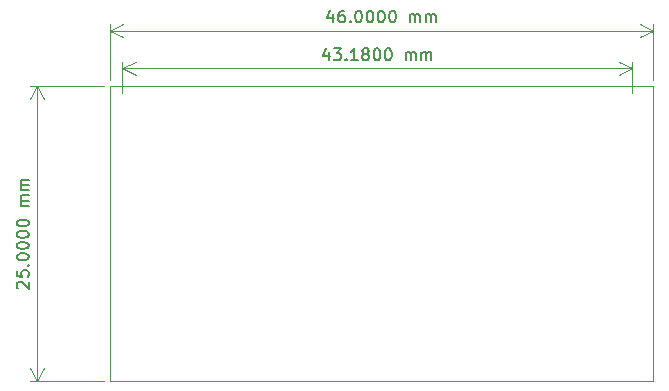
<source format=gbr>
%TF.GenerationSoftware,KiCad,Pcbnew,8.0.7*%
%TF.CreationDate,2025-01-28T21:05:18-05:00*%
%TF.ProjectId,VCU Charge Status Module,56435520-4368-4617-9267-652053746174,rev?*%
%TF.SameCoordinates,Original*%
%TF.FileFunction,Profile,NP*%
%FSLAX46Y46*%
G04 Gerber Fmt 4.6, Leading zero omitted, Abs format (unit mm)*
G04 Created by KiCad (PCBNEW 8.0.7) date 2025-01-28 21:05:18*
%MOMM*%
%LPD*%
G01*
G04 APERTURE LIST*
%TA.AperFunction,Profile*%
%ADD10C,0.054000*%
%TD*%
%ADD11C,0.150000*%
%TA.AperFunction,Profile*%
%ADD12C,0.050000*%
%TD*%
G04 APERTURE END LIST*
D10*
X49750000Y-24350000D02*
X95750000Y-24350000D01*
X95750000Y-49350000D01*
X49750000Y-49350000D01*
X49750000Y-24350000D01*
D11*
X41950058Y-41469046D02*
X41902439Y-41421427D01*
X41902439Y-41421427D02*
X41854820Y-41326189D01*
X41854820Y-41326189D02*
X41854820Y-41088094D01*
X41854820Y-41088094D02*
X41902439Y-40992856D01*
X41902439Y-40992856D02*
X41950058Y-40945237D01*
X41950058Y-40945237D02*
X42045296Y-40897618D01*
X42045296Y-40897618D02*
X42140534Y-40897618D01*
X42140534Y-40897618D02*
X42283391Y-40945237D01*
X42283391Y-40945237D02*
X42854820Y-41516665D01*
X42854820Y-41516665D02*
X42854820Y-40897618D01*
X41854820Y-39992856D02*
X41854820Y-40469046D01*
X41854820Y-40469046D02*
X42331010Y-40516665D01*
X42331010Y-40516665D02*
X42283391Y-40469046D01*
X42283391Y-40469046D02*
X42235772Y-40373808D01*
X42235772Y-40373808D02*
X42235772Y-40135713D01*
X42235772Y-40135713D02*
X42283391Y-40040475D01*
X42283391Y-40040475D02*
X42331010Y-39992856D01*
X42331010Y-39992856D02*
X42426248Y-39945237D01*
X42426248Y-39945237D02*
X42664343Y-39945237D01*
X42664343Y-39945237D02*
X42759581Y-39992856D01*
X42759581Y-39992856D02*
X42807201Y-40040475D01*
X42807201Y-40040475D02*
X42854820Y-40135713D01*
X42854820Y-40135713D02*
X42854820Y-40373808D01*
X42854820Y-40373808D02*
X42807201Y-40469046D01*
X42807201Y-40469046D02*
X42759581Y-40516665D01*
X42759581Y-39516665D02*
X42807201Y-39469046D01*
X42807201Y-39469046D02*
X42854820Y-39516665D01*
X42854820Y-39516665D02*
X42807201Y-39564284D01*
X42807201Y-39564284D02*
X42759581Y-39516665D01*
X42759581Y-39516665D02*
X42854820Y-39516665D01*
X41854820Y-38849999D02*
X41854820Y-38754761D01*
X41854820Y-38754761D02*
X41902439Y-38659523D01*
X41902439Y-38659523D02*
X41950058Y-38611904D01*
X41950058Y-38611904D02*
X42045296Y-38564285D01*
X42045296Y-38564285D02*
X42235772Y-38516666D01*
X42235772Y-38516666D02*
X42473867Y-38516666D01*
X42473867Y-38516666D02*
X42664343Y-38564285D01*
X42664343Y-38564285D02*
X42759581Y-38611904D01*
X42759581Y-38611904D02*
X42807201Y-38659523D01*
X42807201Y-38659523D02*
X42854820Y-38754761D01*
X42854820Y-38754761D02*
X42854820Y-38849999D01*
X42854820Y-38849999D02*
X42807201Y-38945237D01*
X42807201Y-38945237D02*
X42759581Y-38992856D01*
X42759581Y-38992856D02*
X42664343Y-39040475D01*
X42664343Y-39040475D02*
X42473867Y-39088094D01*
X42473867Y-39088094D02*
X42235772Y-39088094D01*
X42235772Y-39088094D02*
X42045296Y-39040475D01*
X42045296Y-39040475D02*
X41950058Y-38992856D01*
X41950058Y-38992856D02*
X41902439Y-38945237D01*
X41902439Y-38945237D02*
X41854820Y-38849999D01*
X41854820Y-37897618D02*
X41854820Y-37802380D01*
X41854820Y-37802380D02*
X41902439Y-37707142D01*
X41902439Y-37707142D02*
X41950058Y-37659523D01*
X41950058Y-37659523D02*
X42045296Y-37611904D01*
X42045296Y-37611904D02*
X42235772Y-37564285D01*
X42235772Y-37564285D02*
X42473867Y-37564285D01*
X42473867Y-37564285D02*
X42664343Y-37611904D01*
X42664343Y-37611904D02*
X42759581Y-37659523D01*
X42759581Y-37659523D02*
X42807201Y-37707142D01*
X42807201Y-37707142D02*
X42854820Y-37802380D01*
X42854820Y-37802380D02*
X42854820Y-37897618D01*
X42854820Y-37897618D02*
X42807201Y-37992856D01*
X42807201Y-37992856D02*
X42759581Y-38040475D01*
X42759581Y-38040475D02*
X42664343Y-38088094D01*
X42664343Y-38088094D02*
X42473867Y-38135713D01*
X42473867Y-38135713D02*
X42235772Y-38135713D01*
X42235772Y-38135713D02*
X42045296Y-38088094D01*
X42045296Y-38088094D02*
X41950058Y-38040475D01*
X41950058Y-38040475D02*
X41902439Y-37992856D01*
X41902439Y-37992856D02*
X41854820Y-37897618D01*
X41854820Y-36945237D02*
X41854820Y-36849999D01*
X41854820Y-36849999D02*
X41902439Y-36754761D01*
X41902439Y-36754761D02*
X41950058Y-36707142D01*
X41950058Y-36707142D02*
X42045296Y-36659523D01*
X42045296Y-36659523D02*
X42235772Y-36611904D01*
X42235772Y-36611904D02*
X42473867Y-36611904D01*
X42473867Y-36611904D02*
X42664343Y-36659523D01*
X42664343Y-36659523D02*
X42759581Y-36707142D01*
X42759581Y-36707142D02*
X42807201Y-36754761D01*
X42807201Y-36754761D02*
X42854820Y-36849999D01*
X42854820Y-36849999D02*
X42854820Y-36945237D01*
X42854820Y-36945237D02*
X42807201Y-37040475D01*
X42807201Y-37040475D02*
X42759581Y-37088094D01*
X42759581Y-37088094D02*
X42664343Y-37135713D01*
X42664343Y-37135713D02*
X42473867Y-37183332D01*
X42473867Y-37183332D02*
X42235772Y-37183332D01*
X42235772Y-37183332D02*
X42045296Y-37135713D01*
X42045296Y-37135713D02*
X41950058Y-37088094D01*
X41950058Y-37088094D02*
X41902439Y-37040475D01*
X41902439Y-37040475D02*
X41854820Y-36945237D01*
X41854820Y-35992856D02*
X41854820Y-35897618D01*
X41854820Y-35897618D02*
X41902439Y-35802380D01*
X41902439Y-35802380D02*
X41950058Y-35754761D01*
X41950058Y-35754761D02*
X42045296Y-35707142D01*
X42045296Y-35707142D02*
X42235772Y-35659523D01*
X42235772Y-35659523D02*
X42473867Y-35659523D01*
X42473867Y-35659523D02*
X42664343Y-35707142D01*
X42664343Y-35707142D02*
X42759581Y-35754761D01*
X42759581Y-35754761D02*
X42807201Y-35802380D01*
X42807201Y-35802380D02*
X42854820Y-35897618D01*
X42854820Y-35897618D02*
X42854820Y-35992856D01*
X42854820Y-35992856D02*
X42807201Y-36088094D01*
X42807201Y-36088094D02*
X42759581Y-36135713D01*
X42759581Y-36135713D02*
X42664343Y-36183332D01*
X42664343Y-36183332D02*
X42473867Y-36230951D01*
X42473867Y-36230951D02*
X42235772Y-36230951D01*
X42235772Y-36230951D02*
X42045296Y-36183332D01*
X42045296Y-36183332D02*
X41950058Y-36135713D01*
X41950058Y-36135713D02*
X41902439Y-36088094D01*
X41902439Y-36088094D02*
X41854820Y-35992856D01*
X42854820Y-34469046D02*
X42188153Y-34469046D01*
X42283391Y-34469046D02*
X42235772Y-34421427D01*
X42235772Y-34421427D02*
X42188153Y-34326189D01*
X42188153Y-34326189D02*
X42188153Y-34183332D01*
X42188153Y-34183332D02*
X42235772Y-34088094D01*
X42235772Y-34088094D02*
X42331010Y-34040475D01*
X42331010Y-34040475D02*
X42854820Y-34040475D01*
X42331010Y-34040475D02*
X42235772Y-33992856D01*
X42235772Y-33992856D02*
X42188153Y-33897618D01*
X42188153Y-33897618D02*
X42188153Y-33754761D01*
X42188153Y-33754761D02*
X42235772Y-33659522D01*
X42235772Y-33659522D02*
X42331010Y-33611903D01*
X42331010Y-33611903D02*
X42854820Y-33611903D01*
X42854820Y-33135713D02*
X42188153Y-33135713D01*
X42283391Y-33135713D02*
X42235772Y-33088094D01*
X42235772Y-33088094D02*
X42188153Y-32992856D01*
X42188153Y-32992856D02*
X42188153Y-32849999D01*
X42188153Y-32849999D02*
X42235772Y-32754761D01*
X42235772Y-32754761D02*
X42331010Y-32707142D01*
X42331010Y-32707142D02*
X42854820Y-32707142D01*
X42331010Y-32707142D02*
X42235772Y-32659523D01*
X42235772Y-32659523D02*
X42188153Y-32564285D01*
X42188153Y-32564285D02*
X42188153Y-32421428D01*
X42188153Y-32421428D02*
X42235772Y-32326189D01*
X42235772Y-32326189D02*
X42331010Y-32278570D01*
X42331010Y-32278570D02*
X42854820Y-32278570D01*
D12*
X49250000Y-24350000D02*
X42963581Y-24350000D01*
X49250000Y-49350000D02*
X42963581Y-49350000D01*
X43550001Y-24350000D02*
X43550001Y-49350000D01*
X43550001Y-24350000D02*
X43550001Y-49350000D01*
X43550001Y-24350000D02*
X44136422Y-25476504D01*
X43550001Y-24350000D02*
X42963580Y-25476504D01*
X43550001Y-49350000D02*
X42963580Y-48223496D01*
X43550001Y-49350000D02*
X44136422Y-48223496D01*
D11*
X68607143Y-18288153D02*
X68607143Y-18954820D01*
X68369048Y-17907201D02*
X68130953Y-18621486D01*
X68130953Y-18621486D02*
X68750000Y-18621486D01*
X69559524Y-17954820D02*
X69369048Y-17954820D01*
X69369048Y-17954820D02*
X69273810Y-18002439D01*
X69273810Y-18002439D02*
X69226191Y-18050058D01*
X69226191Y-18050058D02*
X69130953Y-18192915D01*
X69130953Y-18192915D02*
X69083334Y-18383391D01*
X69083334Y-18383391D02*
X69083334Y-18764343D01*
X69083334Y-18764343D02*
X69130953Y-18859581D01*
X69130953Y-18859581D02*
X69178572Y-18907201D01*
X69178572Y-18907201D02*
X69273810Y-18954820D01*
X69273810Y-18954820D02*
X69464286Y-18954820D01*
X69464286Y-18954820D02*
X69559524Y-18907201D01*
X69559524Y-18907201D02*
X69607143Y-18859581D01*
X69607143Y-18859581D02*
X69654762Y-18764343D01*
X69654762Y-18764343D02*
X69654762Y-18526248D01*
X69654762Y-18526248D02*
X69607143Y-18431010D01*
X69607143Y-18431010D02*
X69559524Y-18383391D01*
X69559524Y-18383391D02*
X69464286Y-18335772D01*
X69464286Y-18335772D02*
X69273810Y-18335772D01*
X69273810Y-18335772D02*
X69178572Y-18383391D01*
X69178572Y-18383391D02*
X69130953Y-18431010D01*
X69130953Y-18431010D02*
X69083334Y-18526248D01*
X70083334Y-18859581D02*
X70130953Y-18907201D01*
X70130953Y-18907201D02*
X70083334Y-18954820D01*
X70083334Y-18954820D02*
X70035715Y-18907201D01*
X70035715Y-18907201D02*
X70083334Y-18859581D01*
X70083334Y-18859581D02*
X70083334Y-18954820D01*
X70750000Y-17954820D02*
X70845238Y-17954820D01*
X70845238Y-17954820D02*
X70940476Y-18002439D01*
X70940476Y-18002439D02*
X70988095Y-18050058D01*
X70988095Y-18050058D02*
X71035714Y-18145296D01*
X71035714Y-18145296D02*
X71083333Y-18335772D01*
X71083333Y-18335772D02*
X71083333Y-18573867D01*
X71083333Y-18573867D02*
X71035714Y-18764343D01*
X71035714Y-18764343D02*
X70988095Y-18859581D01*
X70988095Y-18859581D02*
X70940476Y-18907201D01*
X70940476Y-18907201D02*
X70845238Y-18954820D01*
X70845238Y-18954820D02*
X70750000Y-18954820D01*
X70750000Y-18954820D02*
X70654762Y-18907201D01*
X70654762Y-18907201D02*
X70607143Y-18859581D01*
X70607143Y-18859581D02*
X70559524Y-18764343D01*
X70559524Y-18764343D02*
X70511905Y-18573867D01*
X70511905Y-18573867D02*
X70511905Y-18335772D01*
X70511905Y-18335772D02*
X70559524Y-18145296D01*
X70559524Y-18145296D02*
X70607143Y-18050058D01*
X70607143Y-18050058D02*
X70654762Y-18002439D01*
X70654762Y-18002439D02*
X70750000Y-17954820D01*
X71702381Y-17954820D02*
X71797619Y-17954820D01*
X71797619Y-17954820D02*
X71892857Y-18002439D01*
X71892857Y-18002439D02*
X71940476Y-18050058D01*
X71940476Y-18050058D02*
X71988095Y-18145296D01*
X71988095Y-18145296D02*
X72035714Y-18335772D01*
X72035714Y-18335772D02*
X72035714Y-18573867D01*
X72035714Y-18573867D02*
X71988095Y-18764343D01*
X71988095Y-18764343D02*
X71940476Y-18859581D01*
X71940476Y-18859581D02*
X71892857Y-18907201D01*
X71892857Y-18907201D02*
X71797619Y-18954820D01*
X71797619Y-18954820D02*
X71702381Y-18954820D01*
X71702381Y-18954820D02*
X71607143Y-18907201D01*
X71607143Y-18907201D02*
X71559524Y-18859581D01*
X71559524Y-18859581D02*
X71511905Y-18764343D01*
X71511905Y-18764343D02*
X71464286Y-18573867D01*
X71464286Y-18573867D02*
X71464286Y-18335772D01*
X71464286Y-18335772D02*
X71511905Y-18145296D01*
X71511905Y-18145296D02*
X71559524Y-18050058D01*
X71559524Y-18050058D02*
X71607143Y-18002439D01*
X71607143Y-18002439D02*
X71702381Y-17954820D01*
X72654762Y-17954820D02*
X72750000Y-17954820D01*
X72750000Y-17954820D02*
X72845238Y-18002439D01*
X72845238Y-18002439D02*
X72892857Y-18050058D01*
X72892857Y-18050058D02*
X72940476Y-18145296D01*
X72940476Y-18145296D02*
X72988095Y-18335772D01*
X72988095Y-18335772D02*
X72988095Y-18573867D01*
X72988095Y-18573867D02*
X72940476Y-18764343D01*
X72940476Y-18764343D02*
X72892857Y-18859581D01*
X72892857Y-18859581D02*
X72845238Y-18907201D01*
X72845238Y-18907201D02*
X72750000Y-18954820D01*
X72750000Y-18954820D02*
X72654762Y-18954820D01*
X72654762Y-18954820D02*
X72559524Y-18907201D01*
X72559524Y-18907201D02*
X72511905Y-18859581D01*
X72511905Y-18859581D02*
X72464286Y-18764343D01*
X72464286Y-18764343D02*
X72416667Y-18573867D01*
X72416667Y-18573867D02*
X72416667Y-18335772D01*
X72416667Y-18335772D02*
X72464286Y-18145296D01*
X72464286Y-18145296D02*
X72511905Y-18050058D01*
X72511905Y-18050058D02*
X72559524Y-18002439D01*
X72559524Y-18002439D02*
X72654762Y-17954820D01*
X73607143Y-17954820D02*
X73702381Y-17954820D01*
X73702381Y-17954820D02*
X73797619Y-18002439D01*
X73797619Y-18002439D02*
X73845238Y-18050058D01*
X73845238Y-18050058D02*
X73892857Y-18145296D01*
X73892857Y-18145296D02*
X73940476Y-18335772D01*
X73940476Y-18335772D02*
X73940476Y-18573867D01*
X73940476Y-18573867D02*
X73892857Y-18764343D01*
X73892857Y-18764343D02*
X73845238Y-18859581D01*
X73845238Y-18859581D02*
X73797619Y-18907201D01*
X73797619Y-18907201D02*
X73702381Y-18954820D01*
X73702381Y-18954820D02*
X73607143Y-18954820D01*
X73607143Y-18954820D02*
X73511905Y-18907201D01*
X73511905Y-18907201D02*
X73464286Y-18859581D01*
X73464286Y-18859581D02*
X73416667Y-18764343D01*
X73416667Y-18764343D02*
X73369048Y-18573867D01*
X73369048Y-18573867D02*
X73369048Y-18335772D01*
X73369048Y-18335772D02*
X73416667Y-18145296D01*
X73416667Y-18145296D02*
X73464286Y-18050058D01*
X73464286Y-18050058D02*
X73511905Y-18002439D01*
X73511905Y-18002439D02*
X73607143Y-17954820D01*
X75130953Y-18954820D02*
X75130953Y-18288153D01*
X75130953Y-18383391D02*
X75178572Y-18335772D01*
X75178572Y-18335772D02*
X75273810Y-18288153D01*
X75273810Y-18288153D02*
X75416667Y-18288153D01*
X75416667Y-18288153D02*
X75511905Y-18335772D01*
X75511905Y-18335772D02*
X75559524Y-18431010D01*
X75559524Y-18431010D02*
X75559524Y-18954820D01*
X75559524Y-18431010D02*
X75607143Y-18335772D01*
X75607143Y-18335772D02*
X75702381Y-18288153D01*
X75702381Y-18288153D02*
X75845238Y-18288153D01*
X75845238Y-18288153D02*
X75940477Y-18335772D01*
X75940477Y-18335772D02*
X75988096Y-18431010D01*
X75988096Y-18431010D02*
X75988096Y-18954820D01*
X76464286Y-18954820D02*
X76464286Y-18288153D01*
X76464286Y-18383391D02*
X76511905Y-18335772D01*
X76511905Y-18335772D02*
X76607143Y-18288153D01*
X76607143Y-18288153D02*
X76750000Y-18288153D01*
X76750000Y-18288153D02*
X76845238Y-18335772D01*
X76845238Y-18335772D02*
X76892857Y-18431010D01*
X76892857Y-18431010D02*
X76892857Y-18954820D01*
X76892857Y-18431010D02*
X76940476Y-18335772D01*
X76940476Y-18335772D02*
X77035714Y-18288153D01*
X77035714Y-18288153D02*
X77178571Y-18288153D01*
X77178571Y-18288153D02*
X77273810Y-18335772D01*
X77273810Y-18335772D02*
X77321429Y-18431010D01*
X77321429Y-18431010D02*
X77321429Y-18954820D01*
D12*
X95750000Y-23850000D02*
X95750000Y-19063581D01*
X49750000Y-23850000D02*
X49750000Y-19063581D01*
X95750000Y-19650001D02*
X49750000Y-19650001D01*
X95750000Y-19650001D02*
X49750000Y-19650001D01*
X95750000Y-19650001D02*
X94623496Y-20236422D01*
X95750000Y-19650001D02*
X94623496Y-19063580D01*
X49750000Y-19650001D02*
X50876504Y-19063580D01*
X49750000Y-19650001D02*
X50876504Y-20236422D01*
D11*
X68247143Y-21498153D02*
X68247143Y-22164820D01*
X68009048Y-21117201D02*
X67770953Y-21831486D01*
X67770953Y-21831486D02*
X68390000Y-21831486D01*
X68675715Y-21164820D02*
X69294762Y-21164820D01*
X69294762Y-21164820D02*
X68961429Y-21545772D01*
X68961429Y-21545772D02*
X69104286Y-21545772D01*
X69104286Y-21545772D02*
X69199524Y-21593391D01*
X69199524Y-21593391D02*
X69247143Y-21641010D01*
X69247143Y-21641010D02*
X69294762Y-21736248D01*
X69294762Y-21736248D02*
X69294762Y-21974343D01*
X69294762Y-21974343D02*
X69247143Y-22069581D01*
X69247143Y-22069581D02*
X69199524Y-22117201D01*
X69199524Y-22117201D02*
X69104286Y-22164820D01*
X69104286Y-22164820D02*
X68818572Y-22164820D01*
X68818572Y-22164820D02*
X68723334Y-22117201D01*
X68723334Y-22117201D02*
X68675715Y-22069581D01*
X69723334Y-22069581D02*
X69770953Y-22117201D01*
X69770953Y-22117201D02*
X69723334Y-22164820D01*
X69723334Y-22164820D02*
X69675715Y-22117201D01*
X69675715Y-22117201D02*
X69723334Y-22069581D01*
X69723334Y-22069581D02*
X69723334Y-22164820D01*
X70723333Y-22164820D02*
X70151905Y-22164820D01*
X70437619Y-22164820D02*
X70437619Y-21164820D01*
X70437619Y-21164820D02*
X70342381Y-21307677D01*
X70342381Y-21307677D02*
X70247143Y-21402915D01*
X70247143Y-21402915D02*
X70151905Y-21450534D01*
X71294762Y-21593391D02*
X71199524Y-21545772D01*
X71199524Y-21545772D02*
X71151905Y-21498153D01*
X71151905Y-21498153D02*
X71104286Y-21402915D01*
X71104286Y-21402915D02*
X71104286Y-21355296D01*
X71104286Y-21355296D02*
X71151905Y-21260058D01*
X71151905Y-21260058D02*
X71199524Y-21212439D01*
X71199524Y-21212439D02*
X71294762Y-21164820D01*
X71294762Y-21164820D02*
X71485238Y-21164820D01*
X71485238Y-21164820D02*
X71580476Y-21212439D01*
X71580476Y-21212439D02*
X71628095Y-21260058D01*
X71628095Y-21260058D02*
X71675714Y-21355296D01*
X71675714Y-21355296D02*
X71675714Y-21402915D01*
X71675714Y-21402915D02*
X71628095Y-21498153D01*
X71628095Y-21498153D02*
X71580476Y-21545772D01*
X71580476Y-21545772D02*
X71485238Y-21593391D01*
X71485238Y-21593391D02*
X71294762Y-21593391D01*
X71294762Y-21593391D02*
X71199524Y-21641010D01*
X71199524Y-21641010D02*
X71151905Y-21688629D01*
X71151905Y-21688629D02*
X71104286Y-21783867D01*
X71104286Y-21783867D02*
X71104286Y-21974343D01*
X71104286Y-21974343D02*
X71151905Y-22069581D01*
X71151905Y-22069581D02*
X71199524Y-22117201D01*
X71199524Y-22117201D02*
X71294762Y-22164820D01*
X71294762Y-22164820D02*
X71485238Y-22164820D01*
X71485238Y-22164820D02*
X71580476Y-22117201D01*
X71580476Y-22117201D02*
X71628095Y-22069581D01*
X71628095Y-22069581D02*
X71675714Y-21974343D01*
X71675714Y-21974343D02*
X71675714Y-21783867D01*
X71675714Y-21783867D02*
X71628095Y-21688629D01*
X71628095Y-21688629D02*
X71580476Y-21641010D01*
X71580476Y-21641010D02*
X71485238Y-21593391D01*
X72294762Y-21164820D02*
X72390000Y-21164820D01*
X72390000Y-21164820D02*
X72485238Y-21212439D01*
X72485238Y-21212439D02*
X72532857Y-21260058D01*
X72532857Y-21260058D02*
X72580476Y-21355296D01*
X72580476Y-21355296D02*
X72628095Y-21545772D01*
X72628095Y-21545772D02*
X72628095Y-21783867D01*
X72628095Y-21783867D02*
X72580476Y-21974343D01*
X72580476Y-21974343D02*
X72532857Y-22069581D01*
X72532857Y-22069581D02*
X72485238Y-22117201D01*
X72485238Y-22117201D02*
X72390000Y-22164820D01*
X72390000Y-22164820D02*
X72294762Y-22164820D01*
X72294762Y-22164820D02*
X72199524Y-22117201D01*
X72199524Y-22117201D02*
X72151905Y-22069581D01*
X72151905Y-22069581D02*
X72104286Y-21974343D01*
X72104286Y-21974343D02*
X72056667Y-21783867D01*
X72056667Y-21783867D02*
X72056667Y-21545772D01*
X72056667Y-21545772D02*
X72104286Y-21355296D01*
X72104286Y-21355296D02*
X72151905Y-21260058D01*
X72151905Y-21260058D02*
X72199524Y-21212439D01*
X72199524Y-21212439D02*
X72294762Y-21164820D01*
X73247143Y-21164820D02*
X73342381Y-21164820D01*
X73342381Y-21164820D02*
X73437619Y-21212439D01*
X73437619Y-21212439D02*
X73485238Y-21260058D01*
X73485238Y-21260058D02*
X73532857Y-21355296D01*
X73532857Y-21355296D02*
X73580476Y-21545772D01*
X73580476Y-21545772D02*
X73580476Y-21783867D01*
X73580476Y-21783867D02*
X73532857Y-21974343D01*
X73532857Y-21974343D02*
X73485238Y-22069581D01*
X73485238Y-22069581D02*
X73437619Y-22117201D01*
X73437619Y-22117201D02*
X73342381Y-22164820D01*
X73342381Y-22164820D02*
X73247143Y-22164820D01*
X73247143Y-22164820D02*
X73151905Y-22117201D01*
X73151905Y-22117201D02*
X73104286Y-22069581D01*
X73104286Y-22069581D02*
X73056667Y-21974343D01*
X73056667Y-21974343D02*
X73009048Y-21783867D01*
X73009048Y-21783867D02*
X73009048Y-21545772D01*
X73009048Y-21545772D02*
X73056667Y-21355296D01*
X73056667Y-21355296D02*
X73104286Y-21260058D01*
X73104286Y-21260058D02*
X73151905Y-21212439D01*
X73151905Y-21212439D02*
X73247143Y-21164820D01*
X74770953Y-22164820D02*
X74770953Y-21498153D01*
X74770953Y-21593391D02*
X74818572Y-21545772D01*
X74818572Y-21545772D02*
X74913810Y-21498153D01*
X74913810Y-21498153D02*
X75056667Y-21498153D01*
X75056667Y-21498153D02*
X75151905Y-21545772D01*
X75151905Y-21545772D02*
X75199524Y-21641010D01*
X75199524Y-21641010D02*
X75199524Y-22164820D01*
X75199524Y-21641010D02*
X75247143Y-21545772D01*
X75247143Y-21545772D02*
X75342381Y-21498153D01*
X75342381Y-21498153D02*
X75485238Y-21498153D01*
X75485238Y-21498153D02*
X75580477Y-21545772D01*
X75580477Y-21545772D02*
X75628096Y-21641010D01*
X75628096Y-21641010D02*
X75628096Y-22164820D01*
X76104286Y-22164820D02*
X76104286Y-21498153D01*
X76104286Y-21593391D02*
X76151905Y-21545772D01*
X76151905Y-21545772D02*
X76247143Y-21498153D01*
X76247143Y-21498153D02*
X76390000Y-21498153D01*
X76390000Y-21498153D02*
X76485238Y-21545772D01*
X76485238Y-21545772D02*
X76532857Y-21641010D01*
X76532857Y-21641010D02*
X76532857Y-22164820D01*
X76532857Y-21641010D02*
X76580476Y-21545772D01*
X76580476Y-21545772D02*
X76675714Y-21498153D01*
X76675714Y-21498153D02*
X76818571Y-21498153D01*
X76818571Y-21498153D02*
X76913810Y-21545772D01*
X76913810Y-21545772D02*
X76961429Y-21641010D01*
X76961429Y-21641010D02*
X76961429Y-22164820D01*
D12*
X93980000Y-24900000D02*
X93980000Y-22273581D01*
X50800000Y-24900000D02*
X50800000Y-22273581D01*
X93980000Y-22860001D02*
X50800000Y-22860001D01*
X93980000Y-22860001D02*
X50800000Y-22860001D01*
X93980000Y-22860001D02*
X92853496Y-23446422D01*
X93980000Y-22860001D02*
X92853496Y-22273580D01*
X50800000Y-22860001D02*
X51926504Y-22273580D01*
X50800000Y-22860001D02*
X51926504Y-23446422D01*
M02*

</source>
